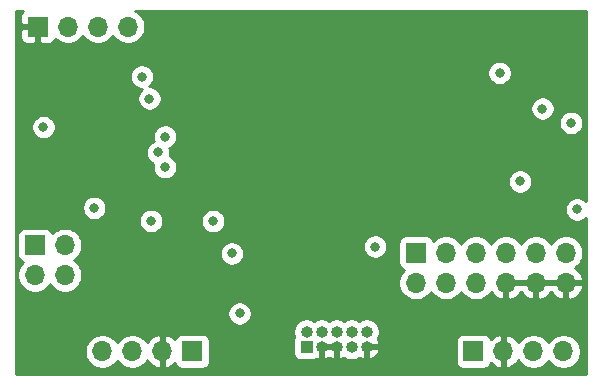
<source format=gbr>
%TF.GenerationSoftware,KiCad,Pcbnew,5.1.9-73d0e3b20d~88~ubuntu20.04.1*%
%TF.CreationDate,2021-02-15T14:30:30+00:00*%
%TF.ProjectId,daughter_board,64617567-6874-4657-925f-626f6172642e,rev?*%
%TF.SameCoordinates,Original*%
%TF.FileFunction,Copper,L2,Inr*%
%TF.FilePolarity,Positive*%
%FSLAX46Y46*%
G04 Gerber Fmt 4.6, Leading zero omitted, Abs format (unit mm)*
G04 Created by KiCad (PCBNEW 5.1.9-73d0e3b20d~88~ubuntu20.04.1) date 2021-02-15 14:30:30*
%MOMM*%
%LPD*%
G01*
G04 APERTURE LIST*
%TA.AperFunction,ComponentPad*%
%ADD10O,1.700000X1.700000*%
%TD*%
%TA.AperFunction,ComponentPad*%
%ADD11R,1.700000X1.700000*%
%TD*%
%TA.AperFunction,ComponentPad*%
%ADD12O,1.000000X1.000000*%
%TD*%
%TA.AperFunction,ComponentPad*%
%ADD13R,1.000000X1.000000*%
%TD*%
%TA.AperFunction,ViaPad*%
%ADD14C,0.800000*%
%TD*%
%TA.AperFunction,Conductor*%
%ADD15C,0.254000*%
%TD*%
%TA.AperFunction,Conductor*%
%ADD16C,0.150000*%
%TD*%
G04 APERTURE END LIST*
D10*
%TO.N,GND*%
%TO.C,J5*%
X154735000Y-121590000D03*
%TO.N,Net-(J5-Pad11)*%
X154735000Y-119050000D03*
%TO.N,GND*%
X152195000Y-121590000D03*
%TO.N,Net-(J5-Pad9)*%
X152195000Y-119050000D03*
%TO.N,GND*%
X149655000Y-121590000D03*
%TO.N,Net-(J5-Pad7)*%
X149655000Y-119050000D03*
%TO.N,VDD*%
X147115000Y-121590000D03*
%TO.N,Net-(J5-Pad5)*%
X147115000Y-119050000D03*
%TO.N,VDD*%
X144575000Y-121590000D03*
%TO.N,Net-(J5-Pad3)*%
X144575000Y-119050000D03*
%TO.N,VDD*%
X142035000Y-121590000D03*
D11*
%TO.N,Net-(J5-Pad1)*%
X142035000Y-119050000D03*
%TD*%
D10*
%TO.N,Net-(J2-Pad4)*%
%TO.C,J2*%
X112315000Y-120940000D03*
%TO.N,/RLED*%
X109775000Y-120940000D03*
%TO.N,Net-(J2-Pad2)*%
X112315000Y-118400000D03*
D11*
%TO.N,/GLED*%
X109775000Y-118400000D03*
%TD*%
D10*
%TO.N,/SDA*%
%TO.C,APDS9930*%
X115480000Y-127400000D03*
%TO.N,/SCL*%
X118020000Y-127400000D03*
%TO.N,GND*%
X120560000Y-127400000D03*
D11*
%TO.N,VDD*%
X123100000Y-127400000D03*
%TD*%
D10*
%TO.N,/SDA*%
%TO.C,AHT10*%
X154520000Y-127400000D03*
%TO.N,/SCL*%
X151980000Y-127400000D03*
%TO.N,GND*%
X149440000Y-127400000D03*
D11*
%TO.N,VDD*%
X146900000Y-127400000D03*
%TD*%
D12*
%TO.N,/XDS_RESET*%
%TO.C,J3*%
X137855000Y-125730000D03*
%TO.N,GND*%
X137855000Y-127000000D03*
%TO.N,/XDS_TDI*%
X136585000Y-125730000D03*
%TO.N,N/C*%
X136585000Y-127000000D03*
%TO.N,/XDS_TDO*%
X135315000Y-125730000D03*
%TO.N,GND*%
X135315000Y-127000000D03*
%TO.N,/XDS_TCK*%
X134045000Y-125730000D03*
%TO.N,GND*%
X134045000Y-127000000D03*
%TO.N,/XDS-TMS*%
X132775000Y-125730000D03*
D13*
%TO.N,VCC*%
X132775000Y-127000000D03*
%TD*%
D10*
%TO.N,VDD*%
%TO.C,J1*%
X117645000Y-99900000D03*
%TO.N,/UART_RXD*%
X115105000Y-99900000D03*
%TO.N,/UART_TXD*%
X112565000Y-99900000D03*
D11*
%TO.N,GND*%
X110025000Y-99900000D03*
%TD*%
D14*
%TO.N,/XDS_RESET*%
X150850000Y-113000000D03*
%TO.N,GND*%
X149450000Y-111325000D03*
X119600000Y-119500000D03*
X109775000Y-126775000D03*
X113050000Y-123325000D03*
X127475000Y-126150000D03*
X142175000Y-126125000D03*
X152450000Y-100575000D03*
X152475000Y-111725000D03*
X138250000Y-123025000D03*
X127400000Y-100650000D03*
X112500000Y-103300000D03*
X135600000Y-101350000D03*
X129175000Y-111075000D03*
X136450000Y-111075000D03*
X144900000Y-103275000D03*
X152425000Y-103125000D03*
X132250000Y-105400000D03*
X139250000Y-104800000D03*
X118430000Y-109770000D03*
X109400000Y-114000000D03*
X154900000Y-124700000D03*
X139000000Y-108600000D03*
X128800000Y-107700000D03*
X126300000Y-103200000D03*
X120300000Y-99700000D03*
X147900000Y-100800000D03*
X139800000Y-100300000D03*
%TO.N,Net-(R2-Pad2)*%
X126450000Y-119100000D03*
%TO.N,/SPI_SCLK*%
X120775000Y-111800000D03*
%TO.N,/SPI_MOSI*%
X120175000Y-110550000D03*
%TO.N,/SPI_MISO*%
X120805000Y-109220000D03*
%TO.N,/FLASH_CS*%
X119625000Y-116350000D03*
X124860000Y-116375000D03*
X138575000Y-118525000D03*
%TO.N,/SDA*%
X119475000Y-106000000D03*
%TO.N,/SCL*%
X118825000Y-104125000D03*
%TO.N,VDD*%
X155175000Y-108050000D03*
X114800000Y-115250000D03*
X110500000Y-108400000D03*
X152738300Y-106836700D03*
X149125000Y-103825000D03*
X127111700Y-124188300D03*
%TO.N,Net-(R2-Pad1)*%
X155675000Y-115375000D03*
%TD*%
D15*
%TO.N,GND*%
X108723815Y-98598815D02*
X108644463Y-98695506D01*
X108585498Y-98805820D01*
X108549188Y-98925518D01*
X108536928Y-99050000D01*
X108540000Y-99614250D01*
X108698750Y-99773000D01*
X109898000Y-99773000D01*
X109898000Y-99753000D01*
X110152000Y-99753000D01*
X110152000Y-99773000D01*
X110172000Y-99773000D01*
X110172000Y-100027000D01*
X110152000Y-100027000D01*
X110152000Y-101226250D01*
X110310750Y-101385000D01*
X110875000Y-101388072D01*
X110999482Y-101375812D01*
X111119180Y-101339502D01*
X111229494Y-101280537D01*
X111326185Y-101201185D01*
X111405537Y-101104494D01*
X111464502Y-100994180D01*
X111486513Y-100921620D01*
X111618368Y-101053475D01*
X111861589Y-101215990D01*
X112131842Y-101327932D01*
X112418740Y-101385000D01*
X112711260Y-101385000D01*
X112998158Y-101327932D01*
X113268411Y-101215990D01*
X113511632Y-101053475D01*
X113718475Y-100846632D01*
X113835000Y-100672240D01*
X113951525Y-100846632D01*
X114158368Y-101053475D01*
X114401589Y-101215990D01*
X114671842Y-101327932D01*
X114958740Y-101385000D01*
X115251260Y-101385000D01*
X115538158Y-101327932D01*
X115808411Y-101215990D01*
X116051632Y-101053475D01*
X116258475Y-100846632D01*
X116375000Y-100672240D01*
X116491525Y-100846632D01*
X116698368Y-101053475D01*
X116941589Y-101215990D01*
X117211842Y-101327932D01*
X117498740Y-101385000D01*
X117791260Y-101385000D01*
X118078158Y-101327932D01*
X118348411Y-101215990D01*
X118591632Y-101053475D01*
X118798475Y-100846632D01*
X118960990Y-100603411D01*
X119072932Y-100333158D01*
X119130000Y-100046260D01*
X119130000Y-99753740D01*
X119072932Y-99466842D01*
X118960990Y-99196589D01*
X118798475Y-98953368D01*
X118591632Y-98746525D01*
X118348411Y-98584010D01*
X118290445Y-98560000D01*
X156440001Y-98560000D01*
X156440000Y-114676289D01*
X156334774Y-114571063D01*
X156165256Y-114457795D01*
X155976898Y-114379774D01*
X155776939Y-114340000D01*
X155573061Y-114340000D01*
X155373102Y-114379774D01*
X155184744Y-114457795D01*
X155015226Y-114571063D01*
X154871063Y-114715226D01*
X154757795Y-114884744D01*
X154679774Y-115073102D01*
X154640000Y-115273061D01*
X154640000Y-115476939D01*
X154679774Y-115676898D01*
X154757795Y-115865256D01*
X154871063Y-116034774D01*
X155015226Y-116178937D01*
X155184744Y-116292205D01*
X155373102Y-116370226D01*
X155573061Y-116410000D01*
X155776939Y-116410000D01*
X155976898Y-116370226D01*
X156165256Y-116292205D01*
X156334774Y-116178937D01*
X156440000Y-116073711D01*
X156440000Y-119932418D01*
X156440001Y-119932428D01*
X156440000Y-129340000D01*
X108160000Y-129340000D01*
X108160000Y-127253740D01*
X113995000Y-127253740D01*
X113995000Y-127546260D01*
X114052068Y-127833158D01*
X114164010Y-128103411D01*
X114326525Y-128346632D01*
X114533368Y-128553475D01*
X114776589Y-128715990D01*
X115046842Y-128827932D01*
X115333740Y-128885000D01*
X115626260Y-128885000D01*
X115913158Y-128827932D01*
X116183411Y-128715990D01*
X116426632Y-128553475D01*
X116633475Y-128346632D01*
X116750000Y-128172240D01*
X116866525Y-128346632D01*
X117073368Y-128553475D01*
X117316589Y-128715990D01*
X117586842Y-128827932D01*
X117873740Y-128885000D01*
X118166260Y-128885000D01*
X118453158Y-128827932D01*
X118723411Y-128715990D01*
X118966632Y-128553475D01*
X119173475Y-128346632D01*
X119295195Y-128164466D01*
X119364822Y-128281355D01*
X119559731Y-128497588D01*
X119793080Y-128671641D01*
X120055901Y-128796825D01*
X120203110Y-128841476D01*
X120433000Y-128720155D01*
X120433000Y-127527000D01*
X120413000Y-127527000D01*
X120413000Y-127273000D01*
X120433000Y-127273000D01*
X120433000Y-126079845D01*
X120687000Y-126079845D01*
X120687000Y-127273000D01*
X120707000Y-127273000D01*
X120707000Y-127527000D01*
X120687000Y-127527000D01*
X120687000Y-128720155D01*
X120916890Y-128841476D01*
X121064099Y-128796825D01*
X121326920Y-128671641D01*
X121560269Y-128497588D01*
X121636034Y-128413534D01*
X121660498Y-128494180D01*
X121719463Y-128604494D01*
X121798815Y-128701185D01*
X121895506Y-128780537D01*
X122005820Y-128839502D01*
X122125518Y-128875812D01*
X122250000Y-128888072D01*
X123950000Y-128888072D01*
X124074482Y-128875812D01*
X124194180Y-128839502D01*
X124304494Y-128780537D01*
X124401185Y-128701185D01*
X124480537Y-128604494D01*
X124539502Y-128494180D01*
X124575812Y-128374482D01*
X124588072Y-128250000D01*
X124588072Y-126550000D01*
X124583148Y-126500000D01*
X131636928Y-126500000D01*
X131636928Y-127500000D01*
X131649188Y-127624482D01*
X131685498Y-127744180D01*
X131744463Y-127854494D01*
X131823815Y-127951185D01*
X131920506Y-128030537D01*
X132030820Y-128089502D01*
X132150518Y-128125812D01*
X132275000Y-128138072D01*
X133275000Y-128138072D01*
X133399482Y-128125812D01*
X133519180Y-128089502D01*
X133608180Y-128041930D01*
X133688136Y-128077446D01*
X133743126Y-128094119D01*
X133918000Y-127967954D01*
X133918000Y-127127000D01*
X134172000Y-127127000D01*
X134172000Y-127967954D01*
X134346874Y-128094119D01*
X134401864Y-128077446D01*
X134605206Y-127987123D01*
X134680000Y-127934361D01*
X134754794Y-127987123D01*
X134958136Y-128077446D01*
X135013126Y-128094119D01*
X135188000Y-127967954D01*
X135188000Y-127127000D01*
X134172000Y-127127000D01*
X133918000Y-127127000D01*
X133913072Y-127127000D01*
X133913072Y-126873000D01*
X133918000Y-126873000D01*
X133918000Y-126861974D01*
X133933212Y-126865000D01*
X134156788Y-126865000D01*
X134172000Y-126861974D01*
X134172000Y-126873000D01*
X135188000Y-126873000D01*
X135188000Y-126861974D01*
X135203212Y-126865000D01*
X135426788Y-126865000D01*
X135442000Y-126861974D01*
X135442000Y-126873000D01*
X135453026Y-126873000D01*
X135450000Y-126888212D01*
X135450000Y-127111788D01*
X135453026Y-127127000D01*
X135442000Y-127127000D01*
X135442000Y-127967954D01*
X135616874Y-128094119D01*
X135671864Y-128077446D01*
X135875206Y-127987123D01*
X135945342Y-127937647D01*
X136047376Y-128005824D01*
X136253933Y-128091383D01*
X136473212Y-128135000D01*
X136696788Y-128135000D01*
X136916067Y-128091383D01*
X137122624Y-128005824D01*
X137224658Y-127937647D01*
X137294794Y-127987123D01*
X137498136Y-128077446D01*
X137553126Y-128094119D01*
X137728000Y-127967954D01*
X137728000Y-127127000D01*
X137982000Y-127127000D01*
X137982000Y-127967954D01*
X138156874Y-128094119D01*
X138211864Y-128077446D01*
X138415206Y-127987123D01*
X138597020Y-127858865D01*
X138750318Y-127697601D01*
X138869210Y-127509529D01*
X138949126Y-127301876D01*
X138824129Y-127127000D01*
X137982000Y-127127000D01*
X137728000Y-127127000D01*
X137716974Y-127127000D01*
X137720000Y-127111788D01*
X137720000Y-126888212D01*
X137716974Y-126873000D01*
X137728000Y-126873000D01*
X137728000Y-126861974D01*
X137743212Y-126865000D01*
X137966788Y-126865000D01*
X137982000Y-126861974D01*
X137982000Y-126873000D01*
X138824129Y-126873000D01*
X138949126Y-126698124D01*
X138892120Y-126550000D01*
X145411928Y-126550000D01*
X145411928Y-128250000D01*
X145424188Y-128374482D01*
X145460498Y-128494180D01*
X145519463Y-128604494D01*
X145598815Y-128701185D01*
X145695506Y-128780537D01*
X145805820Y-128839502D01*
X145925518Y-128875812D01*
X146050000Y-128888072D01*
X147750000Y-128888072D01*
X147874482Y-128875812D01*
X147994180Y-128839502D01*
X148104494Y-128780537D01*
X148201185Y-128701185D01*
X148280537Y-128604494D01*
X148339502Y-128494180D01*
X148363966Y-128413534D01*
X148439731Y-128497588D01*
X148673080Y-128671641D01*
X148935901Y-128796825D01*
X149083110Y-128841476D01*
X149313000Y-128720155D01*
X149313000Y-127527000D01*
X149293000Y-127527000D01*
X149293000Y-127273000D01*
X149313000Y-127273000D01*
X149313000Y-126079845D01*
X149567000Y-126079845D01*
X149567000Y-127273000D01*
X149587000Y-127273000D01*
X149587000Y-127527000D01*
X149567000Y-127527000D01*
X149567000Y-128720155D01*
X149796890Y-128841476D01*
X149944099Y-128796825D01*
X150206920Y-128671641D01*
X150440269Y-128497588D01*
X150635178Y-128281355D01*
X150704805Y-128164466D01*
X150826525Y-128346632D01*
X151033368Y-128553475D01*
X151276589Y-128715990D01*
X151546842Y-128827932D01*
X151833740Y-128885000D01*
X152126260Y-128885000D01*
X152413158Y-128827932D01*
X152683411Y-128715990D01*
X152926632Y-128553475D01*
X153133475Y-128346632D01*
X153250000Y-128172240D01*
X153366525Y-128346632D01*
X153573368Y-128553475D01*
X153816589Y-128715990D01*
X154086842Y-128827932D01*
X154373740Y-128885000D01*
X154666260Y-128885000D01*
X154953158Y-128827932D01*
X155223411Y-128715990D01*
X155466632Y-128553475D01*
X155673475Y-128346632D01*
X155835990Y-128103411D01*
X155947932Y-127833158D01*
X156005000Y-127546260D01*
X156005000Y-127253740D01*
X155947932Y-126966842D01*
X155835990Y-126696589D01*
X155673475Y-126453368D01*
X155466632Y-126246525D01*
X155223411Y-126084010D01*
X154953158Y-125972068D01*
X154666260Y-125915000D01*
X154373740Y-125915000D01*
X154086842Y-125972068D01*
X153816589Y-126084010D01*
X153573368Y-126246525D01*
X153366525Y-126453368D01*
X153250000Y-126627760D01*
X153133475Y-126453368D01*
X152926632Y-126246525D01*
X152683411Y-126084010D01*
X152413158Y-125972068D01*
X152126260Y-125915000D01*
X151833740Y-125915000D01*
X151546842Y-125972068D01*
X151276589Y-126084010D01*
X151033368Y-126246525D01*
X150826525Y-126453368D01*
X150704805Y-126635534D01*
X150635178Y-126518645D01*
X150440269Y-126302412D01*
X150206920Y-126128359D01*
X149944099Y-126003175D01*
X149796890Y-125958524D01*
X149567000Y-126079845D01*
X149313000Y-126079845D01*
X149083110Y-125958524D01*
X148935901Y-126003175D01*
X148673080Y-126128359D01*
X148439731Y-126302412D01*
X148363966Y-126386466D01*
X148339502Y-126305820D01*
X148280537Y-126195506D01*
X148201185Y-126098815D01*
X148104494Y-126019463D01*
X147994180Y-125960498D01*
X147874482Y-125924188D01*
X147750000Y-125911928D01*
X146050000Y-125911928D01*
X145925518Y-125924188D01*
X145805820Y-125960498D01*
X145695506Y-126019463D01*
X145598815Y-126098815D01*
X145519463Y-126195506D01*
X145460498Y-126305820D01*
X145424188Y-126425518D01*
X145411928Y-126550000D01*
X138892120Y-126550000D01*
X138869210Y-126490471D01*
X138792744Y-126369512D01*
X138860824Y-126267624D01*
X138946383Y-126061067D01*
X138990000Y-125841788D01*
X138990000Y-125618212D01*
X138946383Y-125398933D01*
X138860824Y-125192376D01*
X138736612Y-125006480D01*
X138578520Y-124848388D01*
X138392624Y-124724176D01*
X138186067Y-124638617D01*
X137966788Y-124595000D01*
X137743212Y-124595000D01*
X137523933Y-124638617D01*
X137317376Y-124724176D01*
X137220000Y-124789241D01*
X137122624Y-124724176D01*
X136916067Y-124638617D01*
X136696788Y-124595000D01*
X136473212Y-124595000D01*
X136253933Y-124638617D01*
X136047376Y-124724176D01*
X135950000Y-124789241D01*
X135852624Y-124724176D01*
X135646067Y-124638617D01*
X135426788Y-124595000D01*
X135203212Y-124595000D01*
X134983933Y-124638617D01*
X134777376Y-124724176D01*
X134680000Y-124789241D01*
X134582624Y-124724176D01*
X134376067Y-124638617D01*
X134156788Y-124595000D01*
X133933212Y-124595000D01*
X133713933Y-124638617D01*
X133507376Y-124724176D01*
X133410000Y-124789241D01*
X133312624Y-124724176D01*
X133106067Y-124638617D01*
X132886788Y-124595000D01*
X132663212Y-124595000D01*
X132443933Y-124638617D01*
X132237376Y-124724176D01*
X132051480Y-124848388D01*
X131893388Y-125006480D01*
X131769176Y-125192376D01*
X131683617Y-125398933D01*
X131640000Y-125618212D01*
X131640000Y-125841788D01*
X131683617Y-126061067D01*
X131729888Y-126172774D01*
X131685498Y-126255820D01*
X131649188Y-126375518D01*
X131636928Y-126500000D01*
X124583148Y-126500000D01*
X124575812Y-126425518D01*
X124539502Y-126305820D01*
X124480537Y-126195506D01*
X124401185Y-126098815D01*
X124304494Y-126019463D01*
X124194180Y-125960498D01*
X124074482Y-125924188D01*
X123950000Y-125911928D01*
X122250000Y-125911928D01*
X122125518Y-125924188D01*
X122005820Y-125960498D01*
X121895506Y-126019463D01*
X121798815Y-126098815D01*
X121719463Y-126195506D01*
X121660498Y-126305820D01*
X121636034Y-126386466D01*
X121560269Y-126302412D01*
X121326920Y-126128359D01*
X121064099Y-126003175D01*
X120916890Y-125958524D01*
X120687000Y-126079845D01*
X120433000Y-126079845D01*
X120203110Y-125958524D01*
X120055901Y-126003175D01*
X119793080Y-126128359D01*
X119559731Y-126302412D01*
X119364822Y-126518645D01*
X119295195Y-126635534D01*
X119173475Y-126453368D01*
X118966632Y-126246525D01*
X118723411Y-126084010D01*
X118453158Y-125972068D01*
X118166260Y-125915000D01*
X117873740Y-125915000D01*
X117586842Y-125972068D01*
X117316589Y-126084010D01*
X117073368Y-126246525D01*
X116866525Y-126453368D01*
X116750000Y-126627760D01*
X116633475Y-126453368D01*
X116426632Y-126246525D01*
X116183411Y-126084010D01*
X115913158Y-125972068D01*
X115626260Y-125915000D01*
X115333740Y-125915000D01*
X115046842Y-125972068D01*
X114776589Y-126084010D01*
X114533368Y-126246525D01*
X114326525Y-126453368D01*
X114164010Y-126696589D01*
X114052068Y-126966842D01*
X113995000Y-127253740D01*
X108160000Y-127253740D01*
X108160000Y-124086361D01*
X126076700Y-124086361D01*
X126076700Y-124290239D01*
X126116474Y-124490198D01*
X126194495Y-124678556D01*
X126307763Y-124848074D01*
X126451926Y-124992237D01*
X126621444Y-125105505D01*
X126809802Y-125183526D01*
X127009761Y-125223300D01*
X127213639Y-125223300D01*
X127413598Y-125183526D01*
X127601956Y-125105505D01*
X127771474Y-124992237D01*
X127915637Y-124848074D01*
X128028905Y-124678556D01*
X128106926Y-124490198D01*
X128146700Y-124290239D01*
X128146700Y-124086361D01*
X128106926Y-123886402D01*
X128028905Y-123698044D01*
X127915637Y-123528526D01*
X127771474Y-123384363D01*
X127601956Y-123271095D01*
X127413598Y-123193074D01*
X127213639Y-123153300D01*
X127009761Y-123153300D01*
X126809802Y-123193074D01*
X126621444Y-123271095D01*
X126451926Y-123384363D01*
X126307763Y-123528526D01*
X126194495Y-123698044D01*
X126116474Y-123886402D01*
X126076700Y-124086361D01*
X108160000Y-124086361D01*
X108160000Y-117550000D01*
X108286928Y-117550000D01*
X108286928Y-119250000D01*
X108299188Y-119374482D01*
X108335498Y-119494180D01*
X108394463Y-119604494D01*
X108473815Y-119701185D01*
X108570506Y-119780537D01*
X108680820Y-119839502D01*
X108753380Y-119861513D01*
X108621525Y-119993368D01*
X108459010Y-120236589D01*
X108347068Y-120506842D01*
X108290000Y-120793740D01*
X108290000Y-121086260D01*
X108347068Y-121373158D01*
X108459010Y-121643411D01*
X108621525Y-121886632D01*
X108828368Y-122093475D01*
X109071589Y-122255990D01*
X109341842Y-122367932D01*
X109628740Y-122425000D01*
X109921260Y-122425000D01*
X110208158Y-122367932D01*
X110478411Y-122255990D01*
X110721632Y-122093475D01*
X110928475Y-121886632D01*
X111045000Y-121712240D01*
X111161525Y-121886632D01*
X111368368Y-122093475D01*
X111611589Y-122255990D01*
X111881842Y-122367932D01*
X112168740Y-122425000D01*
X112461260Y-122425000D01*
X112748158Y-122367932D01*
X113018411Y-122255990D01*
X113261632Y-122093475D01*
X113468475Y-121886632D01*
X113630990Y-121643411D01*
X113742932Y-121373158D01*
X113800000Y-121086260D01*
X113800000Y-120793740D01*
X113742932Y-120506842D01*
X113630990Y-120236589D01*
X113468475Y-119993368D01*
X113261632Y-119786525D01*
X113087240Y-119670000D01*
X113261632Y-119553475D01*
X113468475Y-119346632D01*
X113630990Y-119103411D01*
X113674627Y-118998061D01*
X125415000Y-118998061D01*
X125415000Y-119201939D01*
X125454774Y-119401898D01*
X125532795Y-119590256D01*
X125646063Y-119759774D01*
X125790226Y-119903937D01*
X125959744Y-120017205D01*
X126148102Y-120095226D01*
X126348061Y-120135000D01*
X126551939Y-120135000D01*
X126751898Y-120095226D01*
X126940256Y-120017205D01*
X127109774Y-119903937D01*
X127253937Y-119759774D01*
X127367205Y-119590256D01*
X127445226Y-119401898D01*
X127485000Y-119201939D01*
X127485000Y-118998061D01*
X127445226Y-118798102D01*
X127367205Y-118609744D01*
X127253937Y-118440226D01*
X127236772Y-118423061D01*
X137540000Y-118423061D01*
X137540000Y-118626939D01*
X137579774Y-118826898D01*
X137657795Y-119015256D01*
X137771063Y-119184774D01*
X137915226Y-119328937D01*
X138084744Y-119442205D01*
X138273102Y-119520226D01*
X138473061Y-119560000D01*
X138676939Y-119560000D01*
X138876898Y-119520226D01*
X139065256Y-119442205D01*
X139234774Y-119328937D01*
X139378937Y-119184774D01*
X139492205Y-119015256D01*
X139570226Y-118826898D01*
X139610000Y-118626939D01*
X139610000Y-118423061D01*
X139570226Y-118223102D01*
X139560657Y-118200000D01*
X140546928Y-118200000D01*
X140546928Y-119900000D01*
X140559188Y-120024482D01*
X140595498Y-120144180D01*
X140654463Y-120254494D01*
X140733815Y-120351185D01*
X140830506Y-120430537D01*
X140940820Y-120489502D01*
X141013380Y-120511513D01*
X140881525Y-120643368D01*
X140719010Y-120886589D01*
X140607068Y-121156842D01*
X140550000Y-121443740D01*
X140550000Y-121736260D01*
X140607068Y-122023158D01*
X140719010Y-122293411D01*
X140881525Y-122536632D01*
X141088368Y-122743475D01*
X141331589Y-122905990D01*
X141601842Y-123017932D01*
X141888740Y-123075000D01*
X142181260Y-123075000D01*
X142468158Y-123017932D01*
X142738411Y-122905990D01*
X142981632Y-122743475D01*
X143188475Y-122536632D01*
X143305000Y-122362240D01*
X143421525Y-122536632D01*
X143628368Y-122743475D01*
X143871589Y-122905990D01*
X144141842Y-123017932D01*
X144428740Y-123075000D01*
X144721260Y-123075000D01*
X145008158Y-123017932D01*
X145278411Y-122905990D01*
X145521632Y-122743475D01*
X145728475Y-122536632D01*
X145845000Y-122362240D01*
X145961525Y-122536632D01*
X146168368Y-122743475D01*
X146411589Y-122905990D01*
X146681842Y-123017932D01*
X146968740Y-123075000D01*
X147261260Y-123075000D01*
X147548158Y-123017932D01*
X147818411Y-122905990D01*
X148061632Y-122743475D01*
X148268475Y-122536632D01*
X148390195Y-122354466D01*
X148459822Y-122471355D01*
X148654731Y-122687588D01*
X148888080Y-122861641D01*
X149150901Y-122986825D01*
X149298110Y-123031476D01*
X149528000Y-122910155D01*
X149528000Y-121717000D01*
X149782000Y-121717000D01*
X149782000Y-122910155D01*
X150011890Y-123031476D01*
X150159099Y-122986825D01*
X150421920Y-122861641D01*
X150655269Y-122687588D01*
X150850178Y-122471355D01*
X150925000Y-122345745D01*
X150999822Y-122471355D01*
X151194731Y-122687588D01*
X151428080Y-122861641D01*
X151690901Y-122986825D01*
X151838110Y-123031476D01*
X152068000Y-122910155D01*
X152068000Y-121717000D01*
X152322000Y-121717000D01*
X152322000Y-122910155D01*
X152551890Y-123031476D01*
X152699099Y-122986825D01*
X152961920Y-122861641D01*
X153195269Y-122687588D01*
X153390178Y-122471355D01*
X153465000Y-122345745D01*
X153539822Y-122471355D01*
X153734731Y-122687588D01*
X153968080Y-122861641D01*
X154230901Y-122986825D01*
X154378110Y-123031476D01*
X154608000Y-122910155D01*
X154608000Y-121717000D01*
X154862000Y-121717000D01*
X154862000Y-122910155D01*
X155091890Y-123031476D01*
X155239099Y-122986825D01*
X155501920Y-122861641D01*
X155735269Y-122687588D01*
X155930178Y-122471355D01*
X156079157Y-122221252D01*
X156176481Y-121946891D01*
X156055814Y-121717000D01*
X154862000Y-121717000D01*
X154608000Y-121717000D01*
X152322000Y-121717000D01*
X152068000Y-121717000D01*
X149782000Y-121717000D01*
X149528000Y-121717000D01*
X149508000Y-121717000D01*
X149508000Y-121463000D01*
X149528000Y-121463000D01*
X149528000Y-121443000D01*
X149782000Y-121443000D01*
X149782000Y-121463000D01*
X152068000Y-121463000D01*
X152068000Y-121443000D01*
X152322000Y-121443000D01*
X152322000Y-121463000D01*
X154608000Y-121463000D01*
X154608000Y-121443000D01*
X154862000Y-121443000D01*
X154862000Y-121463000D01*
X156055814Y-121463000D01*
X156176481Y-121233109D01*
X156079157Y-120958748D01*
X155930178Y-120708645D01*
X155735269Y-120492412D01*
X155505594Y-120321100D01*
X155681632Y-120203475D01*
X155888475Y-119996632D01*
X156050990Y-119753411D01*
X156162932Y-119483158D01*
X156220000Y-119196260D01*
X156220000Y-118903740D01*
X156162932Y-118616842D01*
X156050990Y-118346589D01*
X155888475Y-118103368D01*
X155681632Y-117896525D01*
X155438411Y-117734010D01*
X155168158Y-117622068D01*
X154881260Y-117565000D01*
X154588740Y-117565000D01*
X154301842Y-117622068D01*
X154031589Y-117734010D01*
X153788368Y-117896525D01*
X153581525Y-118103368D01*
X153465000Y-118277760D01*
X153348475Y-118103368D01*
X153141632Y-117896525D01*
X152898411Y-117734010D01*
X152628158Y-117622068D01*
X152341260Y-117565000D01*
X152048740Y-117565000D01*
X151761842Y-117622068D01*
X151491589Y-117734010D01*
X151248368Y-117896525D01*
X151041525Y-118103368D01*
X150925000Y-118277760D01*
X150808475Y-118103368D01*
X150601632Y-117896525D01*
X150358411Y-117734010D01*
X150088158Y-117622068D01*
X149801260Y-117565000D01*
X149508740Y-117565000D01*
X149221842Y-117622068D01*
X148951589Y-117734010D01*
X148708368Y-117896525D01*
X148501525Y-118103368D01*
X148385000Y-118277760D01*
X148268475Y-118103368D01*
X148061632Y-117896525D01*
X147818411Y-117734010D01*
X147548158Y-117622068D01*
X147261260Y-117565000D01*
X146968740Y-117565000D01*
X146681842Y-117622068D01*
X146411589Y-117734010D01*
X146168368Y-117896525D01*
X145961525Y-118103368D01*
X145845000Y-118277760D01*
X145728475Y-118103368D01*
X145521632Y-117896525D01*
X145278411Y-117734010D01*
X145008158Y-117622068D01*
X144721260Y-117565000D01*
X144428740Y-117565000D01*
X144141842Y-117622068D01*
X143871589Y-117734010D01*
X143628368Y-117896525D01*
X143496513Y-118028380D01*
X143474502Y-117955820D01*
X143415537Y-117845506D01*
X143336185Y-117748815D01*
X143239494Y-117669463D01*
X143129180Y-117610498D01*
X143009482Y-117574188D01*
X142885000Y-117561928D01*
X141185000Y-117561928D01*
X141060518Y-117574188D01*
X140940820Y-117610498D01*
X140830506Y-117669463D01*
X140733815Y-117748815D01*
X140654463Y-117845506D01*
X140595498Y-117955820D01*
X140559188Y-118075518D01*
X140546928Y-118200000D01*
X139560657Y-118200000D01*
X139492205Y-118034744D01*
X139378937Y-117865226D01*
X139234774Y-117721063D01*
X139065256Y-117607795D01*
X138876898Y-117529774D01*
X138676939Y-117490000D01*
X138473061Y-117490000D01*
X138273102Y-117529774D01*
X138084744Y-117607795D01*
X137915226Y-117721063D01*
X137771063Y-117865226D01*
X137657795Y-118034744D01*
X137579774Y-118223102D01*
X137540000Y-118423061D01*
X127236772Y-118423061D01*
X127109774Y-118296063D01*
X126940256Y-118182795D01*
X126751898Y-118104774D01*
X126551939Y-118065000D01*
X126348061Y-118065000D01*
X126148102Y-118104774D01*
X125959744Y-118182795D01*
X125790226Y-118296063D01*
X125646063Y-118440226D01*
X125532795Y-118609744D01*
X125454774Y-118798102D01*
X125415000Y-118998061D01*
X113674627Y-118998061D01*
X113742932Y-118833158D01*
X113800000Y-118546260D01*
X113800000Y-118253740D01*
X113742932Y-117966842D01*
X113630990Y-117696589D01*
X113468475Y-117453368D01*
X113261632Y-117246525D01*
X113018411Y-117084010D01*
X112748158Y-116972068D01*
X112461260Y-116915000D01*
X112168740Y-116915000D01*
X111881842Y-116972068D01*
X111611589Y-117084010D01*
X111368368Y-117246525D01*
X111236513Y-117378380D01*
X111214502Y-117305820D01*
X111155537Y-117195506D01*
X111076185Y-117098815D01*
X110979494Y-117019463D01*
X110869180Y-116960498D01*
X110749482Y-116924188D01*
X110625000Y-116911928D01*
X108925000Y-116911928D01*
X108800518Y-116924188D01*
X108680820Y-116960498D01*
X108570506Y-117019463D01*
X108473815Y-117098815D01*
X108394463Y-117195506D01*
X108335498Y-117305820D01*
X108299188Y-117425518D01*
X108286928Y-117550000D01*
X108160000Y-117550000D01*
X108160000Y-115148061D01*
X113765000Y-115148061D01*
X113765000Y-115351939D01*
X113804774Y-115551898D01*
X113882795Y-115740256D01*
X113996063Y-115909774D01*
X114140226Y-116053937D01*
X114309744Y-116167205D01*
X114498102Y-116245226D01*
X114698061Y-116285000D01*
X114901939Y-116285000D01*
X115087645Y-116248061D01*
X118590000Y-116248061D01*
X118590000Y-116451939D01*
X118629774Y-116651898D01*
X118707795Y-116840256D01*
X118821063Y-117009774D01*
X118965226Y-117153937D01*
X119134744Y-117267205D01*
X119323102Y-117345226D01*
X119523061Y-117385000D01*
X119726939Y-117385000D01*
X119926898Y-117345226D01*
X120115256Y-117267205D01*
X120284774Y-117153937D01*
X120428937Y-117009774D01*
X120542205Y-116840256D01*
X120620226Y-116651898D01*
X120660000Y-116451939D01*
X120660000Y-116273061D01*
X123825000Y-116273061D01*
X123825000Y-116476939D01*
X123864774Y-116676898D01*
X123942795Y-116865256D01*
X124056063Y-117034774D01*
X124200226Y-117178937D01*
X124369744Y-117292205D01*
X124558102Y-117370226D01*
X124758061Y-117410000D01*
X124961939Y-117410000D01*
X125161898Y-117370226D01*
X125350256Y-117292205D01*
X125519774Y-117178937D01*
X125663937Y-117034774D01*
X125777205Y-116865256D01*
X125855226Y-116676898D01*
X125895000Y-116476939D01*
X125895000Y-116273061D01*
X125855226Y-116073102D01*
X125777205Y-115884744D01*
X125663937Y-115715226D01*
X125519774Y-115571063D01*
X125350256Y-115457795D01*
X125161898Y-115379774D01*
X124961939Y-115340000D01*
X124758061Y-115340000D01*
X124558102Y-115379774D01*
X124369744Y-115457795D01*
X124200226Y-115571063D01*
X124056063Y-115715226D01*
X123942795Y-115884744D01*
X123864774Y-116073102D01*
X123825000Y-116273061D01*
X120660000Y-116273061D01*
X120660000Y-116248061D01*
X120620226Y-116048102D01*
X120542205Y-115859744D01*
X120428937Y-115690226D01*
X120284774Y-115546063D01*
X120115256Y-115432795D01*
X119926898Y-115354774D01*
X119726939Y-115315000D01*
X119523061Y-115315000D01*
X119323102Y-115354774D01*
X119134744Y-115432795D01*
X118965226Y-115546063D01*
X118821063Y-115690226D01*
X118707795Y-115859744D01*
X118629774Y-116048102D01*
X118590000Y-116248061D01*
X115087645Y-116248061D01*
X115101898Y-116245226D01*
X115290256Y-116167205D01*
X115459774Y-116053937D01*
X115603937Y-115909774D01*
X115717205Y-115740256D01*
X115795226Y-115551898D01*
X115835000Y-115351939D01*
X115835000Y-115148061D01*
X115795226Y-114948102D01*
X115717205Y-114759744D01*
X115603937Y-114590226D01*
X115459774Y-114446063D01*
X115290256Y-114332795D01*
X115101898Y-114254774D01*
X114901939Y-114215000D01*
X114698061Y-114215000D01*
X114498102Y-114254774D01*
X114309744Y-114332795D01*
X114140226Y-114446063D01*
X113996063Y-114590226D01*
X113882795Y-114759744D01*
X113804774Y-114948102D01*
X113765000Y-115148061D01*
X108160000Y-115148061D01*
X108160000Y-112898061D01*
X149815000Y-112898061D01*
X149815000Y-113101939D01*
X149854774Y-113301898D01*
X149932795Y-113490256D01*
X150046063Y-113659774D01*
X150190226Y-113803937D01*
X150359744Y-113917205D01*
X150548102Y-113995226D01*
X150748061Y-114035000D01*
X150951939Y-114035000D01*
X151151898Y-113995226D01*
X151340256Y-113917205D01*
X151509774Y-113803937D01*
X151653937Y-113659774D01*
X151767205Y-113490256D01*
X151845226Y-113301898D01*
X151885000Y-113101939D01*
X151885000Y-112898061D01*
X151845226Y-112698102D01*
X151767205Y-112509744D01*
X151653937Y-112340226D01*
X151509774Y-112196063D01*
X151340256Y-112082795D01*
X151151898Y-112004774D01*
X150951939Y-111965000D01*
X150748061Y-111965000D01*
X150548102Y-112004774D01*
X150359744Y-112082795D01*
X150190226Y-112196063D01*
X150046063Y-112340226D01*
X149932795Y-112509744D01*
X149854774Y-112698102D01*
X149815000Y-112898061D01*
X108160000Y-112898061D01*
X108160000Y-110448061D01*
X119140000Y-110448061D01*
X119140000Y-110651939D01*
X119179774Y-110851898D01*
X119257795Y-111040256D01*
X119371063Y-111209774D01*
X119515226Y-111353937D01*
X119684744Y-111467205D01*
X119778218Y-111505924D01*
X119740000Y-111698061D01*
X119740000Y-111901939D01*
X119779774Y-112101898D01*
X119857795Y-112290256D01*
X119971063Y-112459774D01*
X120115226Y-112603937D01*
X120284744Y-112717205D01*
X120473102Y-112795226D01*
X120673061Y-112835000D01*
X120876939Y-112835000D01*
X121076898Y-112795226D01*
X121265256Y-112717205D01*
X121434774Y-112603937D01*
X121578937Y-112459774D01*
X121692205Y-112290256D01*
X121770226Y-112101898D01*
X121810000Y-111901939D01*
X121810000Y-111698061D01*
X121770226Y-111498102D01*
X121692205Y-111309744D01*
X121578937Y-111140226D01*
X121434774Y-110996063D01*
X121265256Y-110882795D01*
X121171782Y-110844076D01*
X121210000Y-110651939D01*
X121210000Y-110448061D01*
X121170226Y-110248102D01*
X121149328Y-110197651D01*
X121295256Y-110137205D01*
X121464774Y-110023937D01*
X121608937Y-109879774D01*
X121722205Y-109710256D01*
X121800226Y-109521898D01*
X121840000Y-109321939D01*
X121840000Y-109118061D01*
X121800226Y-108918102D01*
X121722205Y-108729744D01*
X121608937Y-108560226D01*
X121464774Y-108416063D01*
X121295256Y-108302795D01*
X121106898Y-108224774D01*
X120906939Y-108185000D01*
X120703061Y-108185000D01*
X120503102Y-108224774D01*
X120314744Y-108302795D01*
X120145226Y-108416063D01*
X120001063Y-108560226D01*
X119887795Y-108729744D01*
X119809774Y-108918102D01*
X119770000Y-109118061D01*
X119770000Y-109321939D01*
X119809774Y-109521898D01*
X119830672Y-109572349D01*
X119684744Y-109632795D01*
X119515226Y-109746063D01*
X119371063Y-109890226D01*
X119257795Y-110059744D01*
X119179774Y-110248102D01*
X119140000Y-110448061D01*
X108160000Y-110448061D01*
X108160000Y-108298061D01*
X109465000Y-108298061D01*
X109465000Y-108501939D01*
X109504774Y-108701898D01*
X109582795Y-108890256D01*
X109696063Y-109059774D01*
X109840226Y-109203937D01*
X110009744Y-109317205D01*
X110198102Y-109395226D01*
X110398061Y-109435000D01*
X110601939Y-109435000D01*
X110801898Y-109395226D01*
X110990256Y-109317205D01*
X111159774Y-109203937D01*
X111303937Y-109059774D01*
X111417205Y-108890256D01*
X111495226Y-108701898D01*
X111535000Y-108501939D01*
X111535000Y-108298061D01*
X111495226Y-108098102D01*
X111433077Y-107948061D01*
X154140000Y-107948061D01*
X154140000Y-108151939D01*
X154179774Y-108351898D01*
X154257795Y-108540256D01*
X154371063Y-108709774D01*
X154515226Y-108853937D01*
X154684744Y-108967205D01*
X154873102Y-109045226D01*
X155073061Y-109085000D01*
X155276939Y-109085000D01*
X155476898Y-109045226D01*
X155665256Y-108967205D01*
X155834774Y-108853937D01*
X155978937Y-108709774D01*
X156092205Y-108540256D01*
X156170226Y-108351898D01*
X156210000Y-108151939D01*
X156210000Y-107948061D01*
X156170226Y-107748102D01*
X156092205Y-107559744D01*
X155978937Y-107390226D01*
X155834774Y-107246063D01*
X155665256Y-107132795D01*
X155476898Y-107054774D01*
X155276939Y-107015000D01*
X155073061Y-107015000D01*
X154873102Y-107054774D01*
X154684744Y-107132795D01*
X154515226Y-107246063D01*
X154371063Y-107390226D01*
X154257795Y-107559744D01*
X154179774Y-107748102D01*
X154140000Y-107948061D01*
X111433077Y-107948061D01*
X111417205Y-107909744D01*
X111303937Y-107740226D01*
X111159774Y-107596063D01*
X110990256Y-107482795D01*
X110801898Y-107404774D01*
X110601939Y-107365000D01*
X110398061Y-107365000D01*
X110198102Y-107404774D01*
X110009744Y-107482795D01*
X109840226Y-107596063D01*
X109696063Y-107740226D01*
X109582795Y-107909744D01*
X109504774Y-108098102D01*
X109465000Y-108298061D01*
X108160000Y-108298061D01*
X108160000Y-104023061D01*
X117790000Y-104023061D01*
X117790000Y-104226939D01*
X117829774Y-104426898D01*
X117907795Y-104615256D01*
X118021063Y-104784774D01*
X118165226Y-104928937D01*
X118334744Y-105042205D01*
X118523102Y-105120226D01*
X118723061Y-105160000D01*
X118869198Y-105160000D01*
X118815226Y-105196063D01*
X118671063Y-105340226D01*
X118557795Y-105509744D01*
X118479774Y-105698102D01*
X118440000Y-105898061D01*
X118440000Y-106101939D01*
X118479774Y-106301898D01*
X118557795Y-106490256D01*
X118671063Y-106659774D01*
X118815226Y-106803937D01*
X118984744Y-106917205D01*
X119173102Y-106995226D01*
X119373061Y-107035000D01*
X119576939Y-107035000D01*
X119776898Y-106995226D01*
X119965256Y-106917205D01*
X120134774Y-106803937D01*
X120203950Y-106734761D01*
X151703300Y-106734761D01*
X151703300Y-106938639D01*
X151743074Y-107138598D01*
X151821095Y-107326956D01*
X151934363Y-107496474D01*
X152078526Y-107640637D01*
X152248044Y-107753905D01*
X152436402Y-107831926D01*
X152636361Y-107871700D01*
X152840239Y-107871700D01*
X153040198Y-107831926D01*
X153228556Y-107753905D01*
X153398074Y-107640637D01*
X153542237Y-107496474D01*
X153655505Y-107326956D01*
X153733526Y-107138598D01*
X153773300Y-106938639D01*
X153773300Y-106734761D01*
X153733526Y-106534802D01*
X153655505Y-106346444D01*
X153542237Y-106176926D01*
X153398074Y-106032763D01*
X153228556Y-105919495D01*
X153040198Y-105841474D01*
X152840239Y-105801700D01*
X152636361Y-105801700D01*
X152436402Y-105841474D01*
X152248044Y-105919495D01*
X152078526Y-106032763D01*
X151934363Y-106176926D01*
X151821095Y-106346444D01*
X151743074Y-106534802D01*
X151703300Y-106734761D01*
X120203950Y-106734761D01*
X120278937Y-106659774D01*
X120392205Y-106490256D01*
X120470226Y-106301898D01*
X120510000Y-106101939D01*
X120510000Y-105898061D01*
X120470226Y-105698102D01*
X120392205Y-105509744D01*
X120278937Y-105340226D01*
X120134774Y-105196063D01*
X119965256Y-105082795D01*
X119776898Y-105004774D01*
X119576939Y-104965000D01*
X119430802Y-104965000D01*
X119484774Y-104928937D01*
X119628937Y-104784774D01*
X119742205Y-104615256D01*
X119820226Y-104426898D01*
X119860000Y-104226939D01*
X119860000Y-104023061D01*
X119820226Y-103823102D01*
X119778788Y-103723061D01*
X148090000Y-103723061D01*
X148090000Y-103926939D01*
X148129774Y-104126898D01*
X148207795Y-104315256D01*
X148321063Y-104484774D01*
X148465226Y-104628937D01*
X148634744Y-104742205D01*
X148823102Y-104820226D01*
X149023061Y-104860000D01*
X149226939Y-104860000D01*
X149426898Y-104820226D01*
X149615256Y-104742205D01*
X149784774Y-104628937D01*
X149928937Y-104484774D01*
X150042205Y-104315256D01*
X150120226Y-104126898D01*
X150160000Y-103926939D01*
X150160000Y-103723061D01*
X150120226Y-103523102D01*
X150042205Y-103334744D01*
X149928937Y-103165226D01*
X149784774Y-103021063D01*
X149615256Y-102907795D01*
X149426898Y-102829774D01*
X149226939Y-102790000D01*
X149023061Y-102790000D01*
X148823102Y-102829774D01*
X148634744Y-102907795D01*
X148465226Y-103021063D01*
X148321063Y-103165226D01*
X148207795Y-103334744D01*
X148129774Y-103523102D01*
X148090000Y-103723061D01*
X119778788Y-103723061D01*
X119742205Y-103634744D01*
X119628937Y-103465226D01*
X119484774Y-103321063D01*
X119315256Y-103207795D01*
X119126898Y-103129774D01*
X118926939Y-103090000D01*
X118723061Y-103090000D01*
X118523102Y-103129774D01*
X118334744Y-103207795D01*
X118165226Y-103321063D01*
X118021063Y-103465226D01*
X117907795Y-103634744D01*
X117829774Y-103823102D01*
X117790000Y-104023061D01*
X108160000Y-104023061D01*
X108160000Y-100750000D01*
X108536928Y-100750000D01*
X108549188Y-100874482D01*
X108585498Y-100994180D01*
X108644463Y-101104494D01*
X108723815Y-101201185D01*
X108820506Y-101280537D01*
X108930820Y-101339502D01*
X109050518Y-101375812D01*
X109175000Y-101388072D01*
X109739250Y-101385000D01*
X109898000Y-101226250D01*
X109898000Y-100027000D01*
X108698750Y-100027000D01*
X108540000Y-100185750D01*
X108536928Y-100750000D01*
X108160000Y-100750000D01*
X108160000Y-98560000D01*
X108771111Y-98560000D01*
X108723815Y-98598815D01*
%TA.AperFunction,Conductor*%
D16*
G36*
X108723815Y-98598815D02*
G01*
X108644463Y-98695506D01*
X108585498Y-98805820D01*
X108549188Y-98925518D01*
X108536928Y-99050000D01*
X108540000Y-99614250D01*
X108698750Y-99773000D01*
X109898000Y-99773000D01*
X109898000Y-99753000D01*
X110152000Y-99753000D01*
X110152000Y-99773000D01*
X110172000Y-99773000D01*
X110172000Y-100027000D01*
X110152000Y-100027000D01*
X110152000Y-101226250D01*
X110310750Y-101385000D01*
X110875000Y-101388072D01*
X110999482Y-101375812D01*
X111119180Y-101339502D01*
X111229494Y-101280537D01*
X111326185Y-101201185D01*
X111405537Y-101104494D01*
X111464502Y-100994180D01*
X111486513Y-100921620D01*
X111618368Y-101053475D01*
X111861589Y-101215990D01*
X112131842Y-101327932D01*
X112418740Y-101385000D01*
X112711260Y-101385000D01*
X112998158Y-101327932D01*
X113268411Y-101215990D01*
X113511632Y-101053475D01*
X113718475Y-100846632D01*
X113835000Y-100672240D01*
X113951525Y-100846632D01*
X114158368Y-101053475D01*
X114401589Y-101215990D01*
X114671842Y-101327932D01*
X114958740Y-101385000D01*
X115251260Y-101385000D01*
X115538158Y-101327932D01*
X115808411Y-101215990D01*
X116051632Y-101053475D01*
X116258475Y-100846632D01*
X116375000Y-100672240D01*
X116491525Y-100846632D01*
X116698368Y-101053475D01*
X116941589Y-101215990D01*
X117211842Y-101327932D01*
X117498740Y-101385000D01*
X117791260Y-101385000D01*
X118078158Y-101327932D01*
X118348411Y-101215990D01*
X118591632Y-101053475D01*
X118798475Y-100846632D01*
X118960990Y-100603411D01*
X119072932Y-100333158D01*
X119130000Y-100046260D01*
X119130000Y-99753740D01*
X119072932Y-99466842D01*
X118960990Y-99196589D01*
X118798475Y-98953368D01*
X118591632Y-98746525D01*
X118348411Y-98584010D01*
X118290445Y-98560000D01*
X156440001Y-98560000D01*
X156440000Y-114676289D01*
X156334774Y-114571063D01*
X156165256Y-114457795D01*
X155976898Y-114379774D01*
X155776939Y-114340000D01*
X155573061Y-114340000D01*
X155373102Y-114379774D01*
X155184744Y-114457795D01*
X155015226Y-114571063D01*
X154871063Y-114715226D01*
X154757795Y-114884744D01*
X154679774Y-115073102D01*
X154640000Y-115273061D01*
X154640000Y-115476939D01*
X154679774Y-115676898D01*
X154757795Y-115865256D01*
X154871063Y-116034774D01*
X155015226Y-116178937D01*
X155184744Y-116292205D01*
X155373102Y-116370226D01*
X155573061Y-116410000D01*
X155776939Y-116410000D01*
X155976898Y-116370226D01*
X156165256Y-116292205D01*
X156334774Y-116178937D01*
X156440000Y-116073711D01*
X156440000Y-119932418D01*
X156440001Y-119932428D01*
X156440000Y-129340000D01*
X108160000Y-129340000D01*
X108160000Y-127253740D01*
X113995000Y-127253740D01*
X113995000Y-127546260D01*
X114052068Y-127833158D01*
X114164010Y-128103411D01*
X114326525Y-128346632D01*
X114533368Y-128553475D01*
X114776589Y-128715990D01*
X115046842Y-128827932D01*
X115333740Y-128885000D01*
X115626260Y-128885000D01*
X115913158Y-128827932D01*
X116183411Y-128715990D01*
X116426632Y-128553475D01*
X116633475Y-128346632D01*
X116750000Y-128172240D01*
X116866525Y-128346632D01*
X117073368Y-128553475D01*
X117316589Y-128715990D01*
X117586842Y-128827932D01*
X117873740Y-128885000D01*
X118166260Y-128885000D01*
X118453158Y-128827932D01*
X118723411Y-128715990D01*
X118966632Y-128553475D01*
X119173475Y-128346632D01*
X119295195Y-128164466D01*
X119364822Y-128281355D01*
X119559731Y-128497588D01*
X119793080Y-128671641D01*
X120055901Y-128796825D01*
X120203110Y-128841476D01*
X120433000Y-128720155D01*
X120433000Y-127527000D01*
X120413000Y-127527000D01*
X120413000Y-127273000D01*
X120433000Y-127273000D01*
X120433000Y-126079845D01*
X120687000Y-126079845D01*
X120687000Y-127273000D01*
X120707000Y-127273000D01*
X120707000Y-127527000D01*
X120687000Y-127527000D01*
X120687000Y-128720155D01*
X120916890Y-128841476D01*
X121064099Y-128796825D01*
X121326920Y-128671641D01*
X121560269Y-128497588D01*
X121636034Y-128413534D01*
X121660498Y-128494180D01*
X121719463Y-128604494D01*
X121798815Y-128701185D01*
X121895506Y-128780537D01*
X122005820Y-128839502D01*
X122125518Y-128875812D01*
X122250000Y-128888072D01*
X123950000Y-128888072D01*
X124074482Y-128875812D01*
X124194180Y-128839502D01*
X124304494Y-128780537D01*
X124401185Y-128701185D01*
X124480537Y-128604494D01*
X124539502Y-128494180D01*
X124575812Y-128374482D01*
X124588072Y-128250000D01*
X124588072Y-126550000D01*
X124583148Y-126500000D01*
X131636928Y-126500000D01*
X131636928Y-127500000D01*
X131649188Y-127624482D01*
X131685498Y-127744180D01*
X131744463Y-127854494D01*
X131823815Y-127951185D01*
X131920506Y-128030537D01*
X132030820Y-128089502D01*
X132150518Y-128125812D01*
X132275000Y-128138072D01*
X133275000Y-128138072D01*
X133399482Y-128125812D01*
X133519180Y-128089502D01*
X133608180Y-128041930D01*
X133688136Y-128077446D01*
X133743126Y-128094119D01*
X133918000Y-127967954D01*
X133918000Y-127127000D01*
X134172000Y-127127000D01*
X134172000Y-127967954D01*
X134346874Y-128094119D01*
X134401864Y-128077446D01*
X134605206Y-127987123D01*
X134680000Y-127934361D01*
X134754794Y-127987123D01*
X134958136Y-128077446D01*
X135013126Y-128094119D01*
X135188000Y-127967954D01*
X135188000Y-127127000D01*
X134172000Y-127127000D01*
X133918000Y-127127000D01*
X133913072Y-127127000D01*
X133913072Y-126873000D01*
X133918000Y-126873000D01*
X133918000Y-126861974D01*
X133933212Y-126865000D01*
X134156788Y-126865000D01*
X134172000Y-126861974D01*
X134172000Y-126873000D01*
X135188000Y-126873000D01*
X135188000Y-126861974D01*
X135203212Y-126865000D01*
X135426788Y-126865000D01*
X135442000Y-126861974D01*
X135442000Y-126873000D01*
X135453026Y-126873000D01*
X135450000Y-126888212D01*
X135450000Y-127111788D01*
X135453026Y-127127000D01*
X135442000Y-127127000D01*
X135442000Y-127967954D01*
X135616874Y-128094119D01*
X135671864Y-128077446D01*
X135875206Y-127987123D01*
X135945342Y-127937647D01*
X136047376Y-128005824D01*
X136253933Y-128091383D01*
X136473212Y-128135000D01*
X136696788Y-128135000D01*
X136916067Y-128091383D01*
X137122624Y-128005824D01*
X137224658Y-127937647D01*
X137294794Y-127987123D01*
X137498136Y-128077446D01*
X137553126Y-128094119D01*
X137728000Y-127967954D01*
X137728000Y-127127000D01*
X137982000Y-127127000D01*
X137982000Y-127967954D01*
X138156874Y-128094119D01*
X138211864Y-128077446D01*
X138415206Y-127987123D01*
X138597020Y-127858865D01*
X138750318Y-127697601D01*
X138869210Y-127509529D01*
X138949126Y-127301876D01*
X138824129Y-127127000D01*
X137982000Y-127127000D01*
X137728000Y-127127000D01*
X137716974Y-127127000D01*
X137720000Y-127111788D01*
X137720000Y-126888212D01*
X137716974Y-126873000D01*
X137728000Y-126873000D01*
X137728000Y-126861974D01*
X137743212Y-126865000D01*
X137966788Y-126865000D01*
X137982000Y-126861974D01*
X137982000Y-126873000D01*
X138824129Y-126873000D01*
X138949126Y-126698124D01*
X138892120Y-126550000D01*
X145411928Y-126550000D01*
X145411928Y-128250000D01*
X145424188Y-128374482D01*
X145460498Y-128494180D01*
X145519463Y-128604494D01*
X145598815Y-128701185D01*
X145695506Y-128780537D01*
X145805820Y-128839502D01*
X145925518Y-128875812D01*
X146050000Y-128888072D01*
X147750000Y-128888072D01*
X147874482Y-128875812D01*
X147994180Y-128839502D01*
X148104494Y-128780537D01*
X148201185Y-128701185D01*
X148280537Y-128604494D01*
X148339502Y-128494180D01*
X148363966Y-128413534D01*
X148439731Y-128497588D01*
X148673080Y-128671641D01*
X148935901Y-128796825D01*
X149083110Y-128841476D01*
X149313000Y-128720155D01*
X149313000Y-127527000D01*
X149293000Y-127527000D01*
X149293000Y-127273000D01*
X149313000Y-127273000D01*
X149313000Y-126079845D01*
X149567000Y-126079845D01*
X149567000Y-127273000D01*
X149587000Y-127273000D01*
X149587000Y-127527000D01*
X149567000Y-127527000D01*
X149567000Y-128720155D01*
X149796890Y-128841476D01*
X149944099Y-128796825D01*
X150206920Y-128671641D01*
X150440269Y-128497588D01*
X150635178Y-128281355D01*
X150704805Y-128164466D01*
X150826525Y-128346632D01*
X151033368Y-128553475D01*
X151276589Y-128715990D01*
X151546842Y-128827932D01*
X151833740Y-128885000D01*
X152126260Y-128885000D01*
X152413158Y-128827932D01*
X152683411Y-128715990D01*
X152926632Y-128553475D01*
X153133475Y-128346632D01*
X153250000Y-128172240D01*
X153366525Y-128346632D01*
X153573368Y-128553475D01*
X153816589Y-128715990D01*
X154086842Y-128827932D01*
X154373740Y-128885000D01*
X154666260Y-128885000D01*
X154953158Y-128827932D01*
X155223411Y-128715990D01*
X155466632Y-128553475D01*
X155673475Y-128346632D01*
X155835990Y-128103411D01*
X155947932Y-127833158D01*
X156005000Y-127546260D01*
X156005000Y-127253740D01*
X155947932Y-126966842D01*
X155835990Y-126696589D01*
X155673475Y-126453368D01*
X155466632Y-126246525D01*
X155223411Y-126084010D01*
X154953158Y-125972068D01*
X154666260Y-125915000D01*
X154373740Y-125915000D01*
X154086842Y-125972068D01*
X153816589Y-126084010D01*
X153573368Y-126246525D01*
X153366525Y-126453368D01*
X153250000Y-126627760D01*
X153133475Y-126453368D01*
X152926632Y-126246525D01*
X152683411Y-126084010D01*
X152413158Y-125972068D01*
X152126260Y-125915000D01*
X151833740Y-125915000D01*
X151546842Y-125972068D01*
X151276589Y-126084010D01*
X151033368Y-126246525D01*
X150826525Y-126453368D01*
X150704805Y-126635534D01*
X150635178Y-126518645D01*
X150440269Y-126302412D01*
X150206920Y-126128359D01*
X149944099Y-126003175D01*
X149796890Y-125958524D01*
X149567000Y-126079845D01*
X149313000Y-126079845D01*
X149083110Y-125958524D01*
X148935901Y-126003175D01*
X148673080Y-126128359D01*
X148439731Y-126302412D01*
X148363966Y-126386466D01*
X148339502Y-126305820D01*
X148280537Y-126195506D01*
X148201185Y-126098815D01*
X148104494Y-126019463D01*
X147994180Y-125960498D01*
X147874482Y-125924188D01*
X147750000Y-125911928D01*
X146050000Y-125911928D01*
X145925518Y-125924188D01*
X145805820Y-125960498D01*
X145695506Y-126019463D01*
X145598815Y-126098815D01*
X145519463Y-126195506D01*
X145460498Y-126305820D01*
X145424188Y-126425518D01*
X145411928Y-126550000D01*
X138892120Y-126550000D01*
X138869210Y-126490471D01*
X138792744Y-126369512D01*
X138860824Y-126267624D01*
X138946383Y-126061067D01*
X138990000Y-125841788D01*
X138990000Y-125618212D01*
X138946383Y-125398933D01*
X138860824Y-125192376D01*
X138736612Y-125006480D01*
X138578520Y-124848388D01*
X138392624Y-124724176D01*
X138186067Y-124638617D01*
X137966788Y-124595000D01*
X137743212Y-124595000D01*
X137523933Y-124638617D01*
X137317376Y-124724176D01*
X137220000Y-124789241D01*
X137122624Y-124724176D01*
X136916067Y-124638617D01*
X136696788Y-124595000D01*
X136473212Y-124595000D01*
X136253933Y-124638617D01*
X136047376Y-124724176D01*
X135950000Y-124789241D01*
X135852624Y-124724176D01*
X135646067Y-124638617D01*
X135426788Y-124595000D01*
X135203212Y-124595000D01*
X134983933Y-124638617D01*
X134777376Y-124724176D01*
X134680000Y-124789241D01*
X134582624Y-124724176D01*
X134376067Y-124638617D01*
X134156788Y-124595000D01*
X133933212Y-124595000D01*
X133713933Y-124638617D01*
X133507376Y-124724176D01*
X133410000Y-124789241D01*
X133312624Y-124724176D01*
X133106067Y-124638617D01*
X132886788Y-124595000D01*
X132663212Y-124595000D01*
X132443933Y-124638617D01*
X132237376Y-124724176D01*
X132051480Y-124848388D01*
X131893388Y-125006480D01*
X131769176Y-125192376D01*
X131683617Y-125398933D01*
X131640000Y-125618212D01*
X131640000Y-125841788D01*
X131683617Y-126061067D01*
X131729888Y-126172774D01*
X131685498Y-126255820D01*
X131649188Y-126375518D01*
X131636928Y-126500000D01*
X124583148Y-126500000D01*
X124575812Y-126425518D01*
X124539502Y-126305820D01*
X124480537Y-126195506D01*
X124401185Y-126098815D01*
X124304494Y-126019463D01*
X124194180Y-125960498D01*
X124074482Y-125924188D01*
X123950000Y-125911928D01*
X122250000Y-125911928D01*
X122125518Y-125924188D01*
X122005820Y-125960498D01*
X121895506Y-126019463D01*
X121798815Y-126098815D01*
X121719463Y-126195506D01*
X121660498Y-126305820D01*
X121636034Y-126386466D01*
X121560269Y-126302412D01*
X121326920Y-126128359D01*
X121064099Y-126003175D01*
X120916890Y-125958524D01*
X120687000Y-126079845D01*
X120433000Y-126079845D01*
X120203110Y-125958524D01*
X120055901Y-126003175D01*
X119793080Y-126128359D01*
X119559731Y-126302412D01*
X119364822Y-126518645D01*
X119295195Y-126635534D01*
X119173475Y-126453368D01*
X118966632Y-126246525D01*
X118723411Y-126084010D01*
X118453158Y-125972068D01*
X118166260Y-125915000D01*
X117873740Y-125915000D01*
X117586842Y-125972068D01*
X117316589Y-126084010D01*
X117073368Y-126246525D01*
X116866525Y-126453368D01*
X116750000Y-126627760D01*
X116633475Y-126453368D01*
X116426632Y-126246525D01*
X116183411Y-126084010D01*
X115913158Y-125972068D01*
X115626260Y-125915000D01*
X115333740Y-125915000D01*
X115046842Y-125972068D01*
X114776589Y-126084010D01*
X114533368Y-126246525D01*
X114326525Y-126453368D01*
X114164010Y-126696589D01*
X114052068Y-126966842D01*
X113995000Y-127253740D01*
X108160000Y-127253740D01*
X108160000Y-124086361D01*
X126076700Y-124086361D01*
X126076700Y-124290239D01*
X126116474Y-124490198D01*
X126194495Y-124678556D01*
X126307763Y-124848074D01*
X126451926Y-124992237D01*
X126621444Y-125105505D01*
X126809802Y-125183526D01*
X127009761Y-125223300D01*
X127213639Y-125223300D01*
X127413598Y-125183526D01*
X127601956Y-125105505D01*
X127771474Y-124992237D01*
X127915637Y-124848074D01*
X128028905Y-124678556D01*
X128106926Y-124490198D01*
X128146700Y-124290239D01*
X128146700Y-124086361D01*
X128106926Y-123886402D01*
X128028905Y-123698044D01*
X127915637Y-123528526D01*
X127771474Y-123384363D01*
X127601956Y-123271095D01*
X127413598Y-123193074D01*
X127213639Y-123153300D01*
X127009761Y-123153300D01*
X126809802Y-123193074D01*
X126621444Y-123271095D01*
X126451926Y-123384363D01*
X126307763Y-123528526D01*
X126194495Y-123698044D01*
X126116474Y-123886402D01*
X126076700Y-124086361D01*
X108160000Y-124086361D01*
X108160000Y-117550000D01*
X108286928Y-117550000D01*
X108286928Y-119250000D01*
X108299188Y-119374482D01*
X108335498Y-119494180D01*
X108394463Y-119604494D01*
X108473815Y-119701185D01*
X108570506Y-119780537D01*
X108680820Y-119839502D01*
X108753380Y-119861513D01*
X108621525Y-119993368D01*
X108459010Y-120236589D01*
X108347068Y-120506842D01*
X108290000Y-120793740D01*
X108290000Y-121086260D01*
X108347068Y-121373158D01*
X108459010Y-121643411D01*
X108621525Y-121886632D01*
X108828368Y-122093475D01*
X109071589Y-122255990D01*
X109341842Y-122367932D01*
X109628740Y-122425000D01*
X109921260Y-122425000D01*
X110208158Y-122367932D01*
X110478411Y-122255990D01*
X110721632Y-122093475D01*
X110928475Y-121886632D01*
X111045000Y-121712240D01*
X111161525Y-121886632D01*
X111368368Y-122093475D01*
X111611589Y-122255990D01*
X111881842Y-122367932D01*
X112168740Y-122425000D01*
X112461260Y-122425000D01*
X112748158Y-122367932D01*
X113018411Y-122255990D01*
X113261632Y-122093475D01*
X113468475Y-121886632D01*
X113630990Y-121643411D01*
X113742932Y-121373158D01*
X113800000Y-121086260D01*
X113800000Y-120793740D01*
X113742932Y-120506842D01*
X113630990Y-120236589D01*
X113468475Y-119993368D01*
X113261632Y-119786525D01*
X113087240Y-119670000D01*
X113261632Y-119553475D01*
X113468475Y-119346632D01*
X113630990Y-119103411D01*
X113674627Y-118998061D01*
X125415000Y-118998061D01*
X125415000Y-119201939D01*
X125454774Y-119401898D01*
X125532795Y-119590256D01*
X125646063Y-119759774D01*
X125790226Y-119903937D01*
X125959744Y-120017205D01*
X126148102Y-120095226D01*
X126348061Y-120135000D01*
X126551939Y-120135000D01*
X126751898Y-120095226D01*
X126940256Y-120017205D01*
X127109774Y-119903937D01*
X127253937Y-119759774D01*
X127367205Y-119590256D01*
X127445226Y-119401898D01*
X127485000Y-119201939D01*
X127485000Y-118998061D01*
X127445226Y-118798102D01*
X127367205Y-118609744D01*
X127253937Y-118440226D01*
X127236772Y-118423061D01*
X137540000Y-118423061D01*
X137540000Y-118626939D01*
X137579774Y-118826898D01*
X137657795Y-119015256D01*
X137771063Y-119184774D01*
X137915226Y-119328937D01*
X138084744Y-119442205D01*
X138273102Y-119520226D01*
X138473061Y-119560000D01*
X138676939Y-119560000D01*
X138876898Y-119520226D01*
X139065256Y-119442205D01*
X139234774Y-119328937D01*
X139378937Y-119184774D01*
X139492205Y-119015256D01*
X139570226Y-118826898D01*
X139610000Y-118626939D01*
X139610000Y-118423061D01*
X139570226Y-118223102D01*
X139560657Y-118200000D01*
X140546928Y-118200000D01*
X140546928Y-119900000D01*
X140559188Y-120024482D01*
X140595498Y-120144180D01*
X140654463Y-120254494D01*
X140733815Y-120351185D01*
X140830506Y-120430537D01*
X140940820Y-120489502D01*
X141013380Y-120511513D01*
X140881525Y-120643368D01*
X140719010Y-120886589D01*
X140607068Y-121156842D01*
X140550000Y-121443740D01*
X140550000Y-121736260D01*
X140607068Y-122023158D01*
X140719010Y-122293411D01*
X140881525Y-122536632D01*
X141088368Y-122743475D01*
X141331589Y-122905990D01*
X141601842Y-123017932D01*
X141888740Y-123075000D01*
X142181260Y-123075000D01*
X142468158Y-123017932D01*
X142738411Y-122905990D01*
X142981632Y-122743475D01*
X143188475Y-122536632D01*
X143305000Y-122362240D01*
X143421525Y-122536632D01*
X143628368Y-122743475D01*
X143871589Y-122905990D01*
X144141842Y-123017932D01*
X144428740Y-123075000D01*
X144721260Y-123075000D01*
X145008158Y-123017932D01*
X145278411Y-122905990D01*
X145521632Y-122743475D01*
X145728475Y-122536632D01*
X145845000Y-122362240D01*
X145961525Y-122536632D01*
X146168368Y-122743475D01*
X146411589Y-122905990D01*
X146681842Y-123017932D01*
X146968740Y-123075000D01*
X147261260Y-123075000D01*
X147548158Y-123017932D01*
X147818411Y-122905990D01*
X148061632Y-122743475D01*
X148268475Y-122536632D01*
X148390195Y-122354466D01*
X148459822Y-122471355D01*
X148654731Y-122687588D01*
X148888080Y-122861641D01*
X149150901Y-122986825D01*
X149298110Y-123031476D01*
X149528000Y-122910155D01*
X149528000Y-121717000D01*
X149782000Y-121717000D01*
X149782000Y-122910155D01*
X150011890Y-123031476D01*
X150159099Y-122986825D01*
X150421920Y-122861641D01*
X150655269Y-122687588D01*
X150850178Y-122471355D01*
X150925000Y-122345745D01*
X150999822Y-122471355D01*
X151194731Y-122687588D01*
X151428080Y-122861641D01*
X151690901Y-122986825D01*
X151838110Y-123031476D01*
X152068000Y-122910155D01*
X152068000Y-121717000D01*
X152322000Y-121717000D01*
X152322000Y-122910155D01*
X152551890Y-123031476D01*
X152699099Y-122986825D01*
X152961920Y-122861641D01*
X153195269Y-122687588D01*
X153390178Y-122471355D01*
X153465000Y-122345745D01*
X153539822Y-122471355D01*
X153734731Y-122687588D01*
X153968080Y-122861641D01*
X154230901Y-122986825D01*
X154378110Y-123031476D01*
X154608000Y-122910155D01*
X154608000Y-121717000D01*
X154862000Y-121717000D01*
X154862000Y-122910155D01*
X155091890Y-123031476D01*
X155239099Y-122986825D01*
X155501920Y-122861641D01*
X155735269Y-122687588D01*
X155930178Y-122471355D01*
X156079157Y-122221252D01*
X156176481Y-121946891D01*
X156055814Y-121717000D01*
X154862000Y-121717000D01*
X154608000Y-121717000D01*
X152322000Y-121717000D01*
X152068000Y-121717000D01*
X149782000Y-121717000D01*
X149528000Y-121717000D01*
X149508000Y-121717000D01*
X149508000Y-121463000D01*
X149528000Y-121463000D01*
X149528000Y-121443000D01*
X149782000Y-121443000D01*
X149782000Y-121463000D01*
X152068000Y-121463000D01*
X152068000Y-121443000D01*
X152322000Y-121443000D01*
X152322000Y-121463000D01*
X154608000Y-121463000D01*
X154608000Y-121443000D01*
X154862000Y-121443000D01*
X154862000Y-121463000D01*
X156055814Y-121463000D01*
X156176481Y-121233109D01*
X156079157Y-120958748D01*
X155930178Y-120708645D01*
X155735269Y-120492412D01*
X155505594Y-120321100D01*
X155681632Y-120203475D01*
X155888475Y-119996632D01*
X156050990Y-119753411D01*
X156162932Y-119483158D01*
X156220000Y-119196260D01*
X156220000Y-118903740D01*
X156162932Y-118616842D01*
X156050990Y-118346589D01*
X155888475Y-118103368D01*
X155681632Y-117896525D01*
X155438411Y-117734010D01*
X155168158Y-117622068D01*
X154881260Y-117565000D01*
X154588740Y-117565000D01*
X154301842Y-117622068D01*
X154031589Y-117734010D01*
X153788368Y-117896525D01*
X153581525Y-118103368D01*
X153465000Y-118277760D01*
X153348475Y-118103368D01*
X153141632Y-117896525D01*
X152898411Y-117734010D01*
X152628158Y-117622068D01*
X152341260Y-117565000D01*
X152048740Y-117565000D01*
X151761842Y-117622068D01*
X151491589Y-117734010D01*
X151248368Y-117896525D01*
X151041525Y-118103368D01*
X150925000Y-118277760D01*
X150808475Y-118103368D01*
X150601632Y-117896525D01*
X150358411Y-117734010D01*
X150088158Y-117622068D01*
X149801260Y-117565000D01*
X149508740Y-117565000D01*
X149221842Y-117622068D01*
X148951589Y-117734010D01*
X148708368Y-117896525D01*
X148501525Y-118103368D01*
X148385000Y-118277760D01*
X148268475Y-118103368D01*
X148061632Y-117896525D01*
X147818411Y-117734010D01*
X147548158Y-117622068D01*
X147261260Y-117565000D01*
X146968740Y-117565000D01*
X146681842Y-117622068D01*
X146411589Y-117734010D01*
X146168368Y-117896525D01*
X145961525Y-118103368D01*
X145845000Y-118277760D01*
X145728475Y-118103368D01*
X145521632Y-117896525D01*
X145278411Y-117734010D01*
X145008158Y-117622068D01*
X144721260Y-117565000D01*
X144428740Y-117565000D01*
X144141842Y-117622068D01*
X143871589Y-117734010D01*
X143628368Y-117896525D01*
X143496513Y-118028380D01*
X143474502Y-117955820D01*
X143415537Y-117845506D01*
X143336185Y-117748815D01*
X143239494Y-117669463D01*
X143129180Y-117610498D01*
X143009482Y-117574188D01*
X142885000Y-117561928D01*
X141185000Y-117561928D01*
X141060518Y-117574188D01*
X140940820Y-117610498D01*
X140830506Y-117669463D01*
X140733815Y-117748815D01*
X140654463Y-117845506D01*
X140595498Y-117955820D01*
X140559188Y-118075518D01*
X140546928Y-118200000D01*
X139560657Y-118200000D01*
X139492205Y-118034744D01*
X139378937Y-117865226D01*
X139234774Y-117721063D01*
X139065256Y-117607795D01*
X138876898Y-117529774D01*
X138676939Y-117490000D01*
X138473061Y-117490000D01*
X138273102Y-117529774D01*
X138084744Y-117607795D01*
X137915226Y-117721063D01*
X137771063Y-117865226D01*
X137657795Y-118034744D01*
X137579774Y-118223102D01*
X137540000Y-118423061D01*
X127236772Y-118423061D01*
X127109774Y-118296063D01*
X126940256Y-118182795D01*
X126751898Y-118104774D01*
X126551939Y-118065000D01*
X126348061Y-118065000D01*
X126148102Y-118104774D01*
X125959744Y-118182795D01*
X125790226Y-118296063D01*
X125646063Y-118440226D01*
X125532795Y-118609744D01*
X125454774Y-118798102D01*
X125415000Y-118998061D01*
X113674627Y-118998061D01*
X113742932Y-118833158D01*
X113800000Y-118546260D01*
X113800000Y-118253740D01*
X113742932Y-117966842D01*
X113630990Y-117696589D01*
X113468475Y-117453368D01*
X113261632Y-117246525D01*
X113018411Y-117084010D01*
X112748158Y-116972068D01*
X112461260Y-116915000D01*
X112168740Y-116915000D01*
X111881842Y-116972068D01*
X111611589Y-117084010D01*
X111368368Y-117246525D01*
X111236513Y-117378380D01*
X111214502Y-117305820D01*
X111155537Y-117195506D01*
X111076185Y-117098815D01*
X110979494Y-117019463D01*
X110869180Y-116960498D01*
X110749482Y-116924188D01*
X110625000Y-116911928D01*
X108925000Y-116911928D01*
X108800518Y-116924188D01*
X108680820Y-116960498D01*
X108570506Y-117019463D01*
X108473815Y-117098815D01*
X108394463Y-117195506D01*
X108335498Y-117305820D01*
X108299188Y-117425518D01*
X108286928Y-117550000D01*
X108160000Y-117550000D01*
X108160000Y-115148061D01*
X113765000Y-115148061D01*
X113765000Y-115351939D01*
X113804774Y-115551898D01*
X113882795Y-115740256D01*
X113996063Y-115909774D01*
X114140226Y-116053937D01*
X114309744Y-116167205D01*
X114498102Y-116245226D01*
X114698061Y-116285000D01*
X114901939Y-116285000D01*
X115087645Y-116248061D01*
X118590000Y-116248061D01*
X118590000Y-116451939D01*
X118629774Y-116651898D01*
X118707795Y-116840256D01*
X118821063Y-117009774D01*
X118965226Y-117153937D01*
X119134744Y-117267205D01*
X119323102Y-117345226D01*
X119523061Y-117385000D01*
X119726939Y-117385000D01*
X119926898Y-117345226D01*
X120115256Y-117267205D01*
X120284774Y-117153937D01*
X120428937Y-117009774D01*
X120542205Y-116840256D01*
X120620226Y-116651898D01*
X120660000Y-116451939D01*
X120660000Y-116273061D01*
X123825000Y-116273061D01*
X123825000Y-116476939D01*
X123864774Y-116676898D01*
X123942795Y-116865256D01*
X124056063Y-117034774D01*
X124200226Y-117178937D01*
X124369744Y-117292205D01*
X124558102Y-117370226D01*
X124758061Y-117410000D01*
X124961939Y-117410000D01*
X125161898Y-117370226D01*
X125350256Y-117292205D01*
X125519774Y-117178937D01*
X125663937Y-117034774D01*
X125777205Y-116865256D01*
X125855226Y-116676898D01*
X125895000Y-116476939D01*
X125895000Y-116273061D01*
X125855226Y-116073102D01*
X125777205Y-115884744D01*
X125663937Y-115715226D01*
X125519774Y-115571063D01*
X125350256Y-115457795D01*
X125161898Y-115379774D01*
X124961939Y-115340000D01*
X124758061Y-115340000D01*
X124558102Y-115379774D01*
X124369744Y-115457795D01*
X124200226Y-115571063D01*
X124056063Y-115715226D01*
X123942795Y-115884744D01*
X123864774Y-116073102D01*
X123825000Y-116273061D01*
X120660000Y-116273061D01*
X120660000Y-116248061D01*
X120620226Y-116048102D01*
X120542205Y-115859744D01*
X120428937Y-115690226D01*
X120284774Y-115546063D01*
X120115256Y-115432795D01*
X119926898Y-115354774D01*
X119726939Y-115315000D01*
X119523061Y-115315000D01*
X119323102Y-115354774D01*
X119134744Y-115432795D01*
X118965226Y-115546063D01*
X118821063Y-115690226D01*
X118707795Y-115859744D01*
X118629774Y-116048102D01*
X118590000Y-116248061D01*
X115087645Y-116248061D01*
X115101898Y-116245226D01*
X115290256Y-116167205D01*
X115459774Y-116053937D01*
X115603937Y-115909774D01*
X115717205Y-115740256D01*
X115795226Y-115551898D01*
X115835000Y-115351939D01*
X115835000Y-115148061D01*
X115795226Y-114948102D01*
X115717205Y-114759744D01*
X115603937Y-114590226D01*
X115459774Y-114446063D01*
X115290256Y-114332795D01*
X115101898Y-114254774D01*
X114901939Y-114215000D01*
X114698061Y-114215000D01*
X114498102Y-114254774D01*
X114309744Y-114332795D01*
X114140226Y-114446063D01*
X113996063Y-114590226D01*
X113882795Y-114759744D01*
X113804774Y-114948102D01*
X113765000Y-115148061D01*
X108160000Y-115148061D01*
X108160000Y-112898061D01*
X149815000Y-112898061D01*
X149815000Y-113101939D01*
X149854774Y-113301898D01*
X149932795Y-113490256D01*
X150046063Y-113659774D01*
X150190226Y-113803937D01*
X150359744Y-113917205D01*
X150548102Y-113995226D01*
X150748061Y-114035000D01*
X150951939Y-114035000D01*
X151151898Y-113995226D01*
X151340256Y-113917205D01*
X151509774Y-113803937D01*
X151653937Y-113659774D01*
X151767205Y-113490256D01*
X151845226Y-113301898D01*
X151885000Y-113101939D01*
X151885000Y-112898061D01*
X151845226Y-112698102D01*
X151767205Y-112509744D01*
X151653937Y-112340226D01*
X151509774Y-112196063D01*
X151340256Y-112082795D01*
X151151898Y-112004774D01*
X150951939Y-111965000D01*
X150748061Y-111965000D01*
X150548102Y-112004774D01*
X150359744Y-112082795D01*
X150190226Y-112196063D01*
X150046063Y-112340226D01*
X149932795Y-112509744D01*
X149854774Y-112698102D01*
X149815000Y-112898061D01*
X108160000Y-112898061D01*
X108160000Y-110448061D01*
X119140000Y-110448061D01*
X119140000Y-110651939D01*
X119179774Y-110851898D01*
X119257795Y-111040256D01*
X119371063Y-111209774D01*
X119515226Y-111353937D01*
X119684744Y-111467205D01*
X119778218Y-111505924D01*
X119740000Y-111698061D01*
X119740000Y-111901939D01*
X119779774Y-112101898D01*
X119857795Y-112290256D01*
X119971063Y-112459774D01*
X120115226Y-112603937D01*
X120284744Y-112717205D01*
X120473102Y-112795226D01*
X120673061Y-112835000D01*
X120876939Y-112835000D01*
X121076898Y-112795226D01*
X121265256Y-112717205D01*
X121434774Y-112603937D01*
X121578937Y-112459774D01*
X121692205Y-112290256D01*
X121770226Y-112101898D01*
X121810000Y-111901939D01*
X121810000Y-111698061D01*
X121770226Y-111498102D01*
X121692205Y-111309744D01*
X121578937Y-111140226D01*
X121434774Y-110996063D01*
X121265256Y-110882795D01*
X121171782Y-110844076D01*
X121210000Y-110651939D01*
X121210000Y-110448061D01*
X121170226Y-110248102D01*
X121149328Y-110197651D01*
X121295256Y-110137205D01*
X121464774Y-110023937D01*
X121608937Y-109879774D01*
X121722205Y-109710256D01*
X121800226Y-109521898D01*
X121840000Y-109321939D01*
X121840000Y-109118061D01*
X121800226Y-108918102D01*
X121722205Y-108729744D01*
X121608937Y-108560226D01*
X121464774Y-108416063D01*
X121295256Y-108302795D01*
X121106898Y-108224774D01*
X120906939Y-108185000D01*
X120703061Y-108185000D01*
X120503102Y-108224774D01*
X120314744Y-108302795D01*
X120145226Y-108416063D01*
X120001063Y-108560226D01*
X119887795Y-108729744D01*
X119809774Y-108918102D01*
X119770000Y-109118061D01*
X119770000Y-109321939D01*
X119809774Y-109521898D01*
X119830672Y-109572349D01*
X119684744Y-109632795D01*
X119515226Y-109746063D01*
X119371063Y-109890226D01*
X119257795Y-110059744D01*
X119179774Y-110248102D01*
X119140000Y-110448061D01*
X108160000Y-110448061D01*
X108160000Y-108298061D01*
X109465000Y-108298061D01*
X109465000Y-108501939D01*
X109504774Y-108701898D01*
X109582795Y-108890256D01*
X109696063Y-109059774D01*
X109840226Y-109203937D01*
X110009744Y-109317205D01*
X110198102Y-109395226D01*
X110398061Y-109435000D01*
X110601939Y-109435000D01*
X110801898Y-109395226D01*
X110990256Y-109317205D01*
X111159774Y-109203937D01*
X111303937Y-109059774D01*
X111417205Y-108890256D01*
X111495226Y-108701898D01*
X111535000Y-108501939D01*
X111535000Y-108298061D01*
X111495226Y-108098102D01*
X111433077Y-107948061D01*
X154140000Y-107948061D01*
X154140000Y-108151939D01*
X154179774Y-108351898D01*
X154257795Y-108540256D01*
X154371063Y-108709774D01*
X154515226Y-108853937D01*
X154684744Y-108967205D01*
X154873102Y-109045226D01*
X155073061Y-109085000D01*
X155276939Y-109085000D01*
X155476898Y-109045226D01*
X155665256Y-108967205D01*
X155834774Y-108853937D01*
X155978937Y-108709774D01*
X156092205Y-108540256D01*
X156170226Y-108351898D01*
X156210000Y-108151939D01*
X156210000Y-107948061D01*
X156170226Y-107748102D01*
X156092205Y-107559744D01*
X155978937Y-107390226D01*
X155834774Y-107246063D01*
X155665256Y-107132795D01*
X155476898Y-107054774D01*
X155276939Y-107015000D01*
X155073061Y-107015000D01*
X154873102Y-107054774D01*
X154684744Y-107132795D01*
X154515226Y-107246063D01*
X154371063Y-107390226D01*
X154257795Y-107559744D01*
X154179774Y-107748102D01*
X154140000Y-107948061D01*
X111433077Y-107948061D01*
X111417205Y-107909744D01*
X111303937Y-107740226D01*
X111159774Y-107596063D01*
X110990256Y-107482795D01*
X110801898Y-107404774D01*
X110601939Y-107365000D01*
X110398061Y-107365000D01*
X110198102Y-107404774D01*
X110009744Y-107482795D01*
X109840226Y-107596063D01*
X109696063Y-107740226D01*
X109582795Y-107909744D01*
X109504774Y-108098102D01*
X109465000Y-108298061D01*
X108160000Y-108298061D01*
X108160000Y-104023061D01*
X117790000Y-104023061D01*
X117790000Y-104226939D01*
X117829774Y-104426898D01*
X117907795Y-104615256D01*
X118021063Y-104784774D01*
X118165226Y-104928937D01*
X118334744Y-105042205D01*
X118523102Y-105120226D01*
X118723061Y-105160000D01*
X118869198Y-105160000D01*
X118815226Y-105196063D01*
X118671063Y-105340226D01*
X118557795Y-105509744D01*
X118479774Y-105698102D01*
X118440000Y-105898061D01*
X118440000Y-106101939D01*
X118479774Y-106301898D01*
X118557795Y-106490256D01*
X118671063Y-106659774D01*
X118815226Y-106803937D01*
X118984744Y-106917205D01*
X119173102Y-106995226D01*
X119373061Y-107035000D01*
X119576939Y-107035000D01*
X119776898Y-106995226D01*
X119965256Y-106917205D01*
X120134774Y-106803937D01*
X120203950Y-106734761D01*
X151703300Y-106734761D01*
X151703300Y-106938639D01*
X151743074Y-107138598D01*
X151821095Y-107326956D01*
X151934363Y-107496474D01*
X152078526Y-107640637D01*
X152248044Y-107753905D01*
X152436402Y-107831926D01*
X152636361Y-107871700D01*
X152840239Y-107871700D01*
X153040198Y-107831926D01*
X153228556Y-107753905D01*
X153398074Y-107640637D01*
X153542237Y-107496474D01*
X153655505Y-107326956D01*
X153733526Y-107138598D01*
X153773300Y-106938639D01*
X153773300Y-106734761D01*
X153733526Y-106534802D01*
X153655505Y-106346444D01*
X153542237Y-106176926D01*
X153398074Y-106032763D01*
X153228556Y-105919495D01*
X153040198Y-105841474D01*
X152840239Y-105801700D01*
X152636361Y-105801700D01*
X152436402Y-105841474D01*
X152248044Y-105919495D01*
X152078526Y-106032763D01*
X151934363Y-106176926D01*
X151821095Y-106346444D01*
X151743074Y-106534802D01*
X151703300Y-106734761D01*
X120203950Y-106734761D01*
X120278937Y-106659774D01*
X120392205Y-106490256D01*
X120470226Y-106301898D01*
X120510000Y-106101939D01*
X120510000Y-105898061D01*
X120470226Y-105698102D01*
X120392205Y-105509744D01*
X120278937Y-105340226D01*
X120134774Y-105196063D01*
X119965256Y-105082795D01*
X119776898Y-105004774D01*
X119576939Y-104965000D01*
X119430802Y-104965000D01*
X119484774Y-104928937D01*
X119628937Y-104784774D01*
X119742205Y-104615256D01*
X119820226Y-104426898D01*
X119860000Y-104226939D01*
X119860000Y-104023061D01*
X119820226Y-103823102D01*
X119778788Y-103723061D01*
X148090000Y-103723061D01*
X148090000Y-103926939D01*
X148129774Y-104126898D01*
X148207795Y-104315256D01*
X148321063Y-104484774D01*
X148465226Y-104628937D01*
X148634744Y-104742205D01*
X148823102Y-104820226D01*
X149023061Y-104860000D01*
X149226939Y-104860000D01*
X149426898Y-104820226D01*
X149615256Y-104742205D01*
X149784774Y-104628937D01*
X149928937Y-104484774D01*
X150042205Y-104315256D01*
X150120226Y-104126898D01*
X150160000Y-103926939D01*
X150160000Y-103723061D01*
X150120226Y-103523102D01*
X150042205Y-103334744D01*
X149928937Y-103165226D01*
X149784774Y-103021063D01*
X149615256Y-102907795D01*
X149426898Y-102829774D01*
X149226939Y-102790000D01*
X149023061Y-102790000D01*
X148823102Y-102829774D01*
X148634744Y-102907795D01*
X148465226Y-103021063D01*
X148321063Y-103165226D01*
X148207795Y-103334744D01*
X148129774Y-103523102D01*
X148090000Y-103723061D01*
X119778788Y-103723061D01*
X119742205Y-103634744D01*
X119628937Y-103465226D01*
X119484774Y-103321063D01*
X119315256Y-103207795D01*
X119126898Y-103129774D01*
X118926939Y-103090000D01*
X118723061Y-103090000D01*
X118523102Y-103129774D01*
X118334744Y-103207795D01*
X118165226Y-103321063D01*
X118021063Y-103465226D01*
X117907795Y-103634744D01*
X117829774Y-103823102D01*
X117790000Y-104023061D01*
X108160000Y-104023061D01*
X108160000Y-100750000D01*
X108536928Y-100750000D01*
X108549188Y-100874482D01*
X108585498Y-100994180D01*
X108644463Y-101104494D01*
X108723815Y-101201185D01*
X108820506Y-101280537D01*
X108930820Y-101339502D01*
X109050518Y-101375812D01*
X109175000Y-101388072D01*
X109739250Y-101385000D01*
X109898000Y-101226250D01*
X109898000Y-100027000D01*
X108698750Y-100027000D01*
X108540000Y-100185750D01*
X108536928Y-100750000D01*
X108160000Y-100750000D01*
X108160000Y-98560000D01*
X108771111Y-98560000D01*
X108723815Y-98598815D01*
G37*
%TD.AperFunction*%
%TD*%
M02*

</source>
